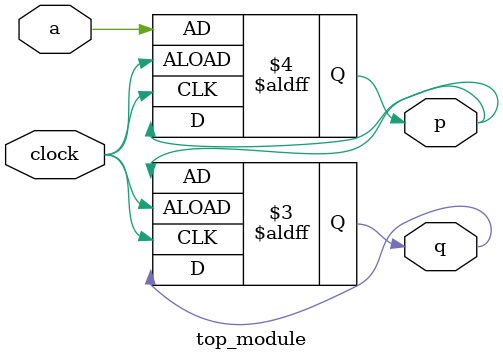
<source format=sv>
module top_module (
    input clock,
    input a, 
    output reg p,
    output reg q
);

    always @(posedge clock or negedge clock) begin
        if (clock) begin
            p <= a;
        end
    end
    
    always @(posedge clock or posedge clock) begin
        if (clock) begin
            q <= p;
        end
    end

endmodule

</source>
